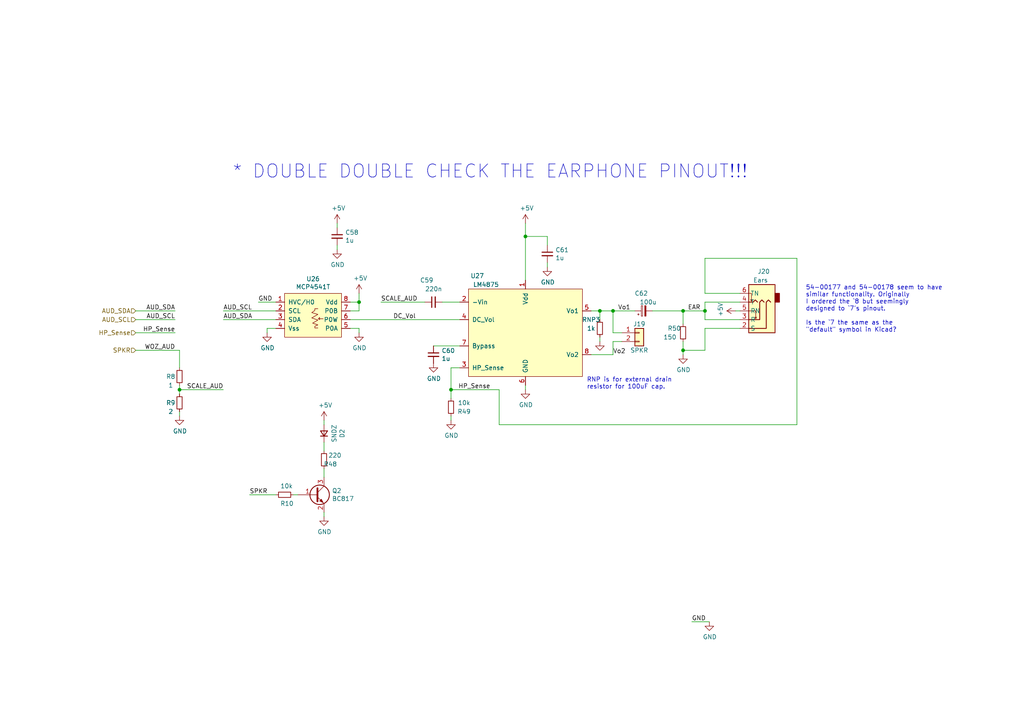
<source format=kicad_sch>
(kicad_sch (version 20211123) (generator eeschema)
  (paper "A4")
  (title_block (title "Audio") (rev "3a"))
  (lib_symbols
    (symbol "Connector_Generic:Conn_01x02" (pin_names (offset 1.016) hide)
      (property "Reference" "J" (at 0 2.54 0))
      (property "Value" "Conn_01x02" (at 0 -5.08 0))
      (symbol "Conn_01x02_1_1"
        (rectangle (start -1.27 -2.413) (end 0 -2.667) (stroke (width 0.1524)))
        (rectangle (start -1.27 0.127) (end 0 -0.127) (stroke (width 0.1524)))
        (rectangle (start -1.27 1.27) (end 1.27 -3.81) (stroke (width 0.254)) (fill (type background)))
        (pin passive line (at -5.08 0 0) (length 3.81) (name "Pin_1") (number "1"))
        (pin passive line (at -5.08 -2.54 0) (length 3.81) (name "Pin_2") (number "2"))
      )
    )
    (symbol "Device:C_Polarized_Small" (pin_numbers hide) (pin_names (offset 0.254) hide)
      (property "Reference" "C" (at 0.254 1.778 0))
      (property "Value" "C_Polarized_Small" (at 0.254 -2.032 0))
      (symbol "C_Polarized_Small_0_1"
        (rectangle (start -1.524 -0.3048) (end 1.524 -0.6858) (fill (type outline)))
        (rectangle (start -1.524 0.6858) (end 1.524 0.3048))
        (polyline (pts (xy -1.27 1.524) (xy -0.762 1.524)))
        (polyline (pts (xy -1.016 1.27) (xy -1.016 1.778)))
      )
      (symbol "C_Polarized_Small_1_1"
        (pin passive line (at 0 2.54 270) (length 1.8542) (name "~") (number "1"))
        (pin passive line (at 0 -2.54 90) (length 1.8542) (name "~") (number "2"))
      )
    )
    (symbol "Device:C_Small" (pin_numbers hide) (pin_names (offset 0.254) hide)
      (property "Reference" "C" (at 0.254 1.778 0))
      (property "Value" "C_Small" (at 0.254 -2.032 0))
      (symbol "C_Small_0_1"
        (polyline (pts (xy -1.524 -0.508) (xy 1.524 -0.508)) (stroke (width 0.3302)))
        (polyline (pts (xy -1.524 0.508) (xy 1.524 0.508)) (stroke (width 0.3048)))
      )
      (symbol "C_Small_1_1"
        (pin passive line (at 0 2.54 270) (length 2.032) (name "~") (number "1"))
        (pin passive line (at 0 -2.54 90) (length 2.032) (name "~") (number "2"))
      )
    )
    (symbol "Device:Q_NPN_BEC" (pin_names (offset 0) hide)
      (property "Reference" "Q" (at 5.08 1.27 0))
      (property "Value" "Q_NPN_BEC" (at 5.08 -1.27 0))
      (symbol "Q_NPN_BEC_0_1"
        (polyline (pts (xy 0.635 0.635) (xy 2.54 2.54)))
        (polyline (pts (xy 0.635 -0.635) (xy 2.54 -2.54) (xy 2.54 -2.54)))
        (polyline (pts (xy 0.635 1.905) (xy 0.635 -1.905) (xy 0.635 -1.905)) (stroke (width 0.508)))
        (polyline (pts (xy 1.27 -1.778) (xy 1.778 -1.27) (xy 2.286 -2.286) (xy 1.27 -1.778) (xy 1.27 -1.778)) (fill (type outline)))
        (circle (center 1.27 0) (radius 2.8194) (stroke (width 0.254)))
      )
      (symbol "Q_NPN_BEC_1_1"
        (pin input line (at -5.08 0 0) (length 5.715) (name "B") (number "1"))
        (pin passive line (at 2.54 -5.08 90) (length 2.54) (name "E") (number "2"))
        (pin passive line (at 2.54 5.08 270) (length 2.54) (name "C") (number "3"))
      )
    )
    (symbol "My_Library:AudioJack3_SwitchTR-Tensility_Pins"
      (property "Reference" "J" (at 0 8.89 0))
      (property "Value" "My_Library_AudioJack3_SwitchTR-Tensility_Pins" (at 0 6.35 0))
      (symbol "AudioJack3_SwitchTR-Tensility_Pins_0_1"
        (rectangle (start -5.08 -5.08) (end -6.35 -7.62) (stroke (width 0.254)) (fill (type outline)))
        (polyline (pts (xy 0.508 -0.254) (xy 0.762 -0.762)))
        (polyline (pts (xy 1.778 -5.334) (xy 2.032 -5.842)))
        (polyline (pts (xy 0 -5.08) (xy 0.635 -5.715) (xy 1.27 -5.08) (xy 2.54 -5.08)) (stroke (width 0.254)))
        (polyline (pts (xy 2.54 -7.62) (xy 1.778 -7.62) (xy 1.778 -5.334) (xy 1.524 -5.842)))
        (polyline (pts (xy 2.54 -2.54) (xy 0.508 -2.54) (xy 0.508 -0.254) (xy 0.254 -0.762)))
        (polyline (pts (xy -1.905 -5.08) (xy -1.27 -5.715) (xy -0.635 -5.08) (xy -0.635 0) (xy 2.54 0)) (stroke (width 0.254)))
        (polyline (pts (xy 2.54 2.54) (xy -2.54 2.54) (xy -2.54 -5.08) (xy -3.175 -5.715) (xy -3.81 -5.08)) (stroke (width 0.254)))
        (rectangle (start 2.54 3.81) (end -5.08 -10.16) (stroke (width 0.254)) (fill (type background)))
      )
      (symbol "AudioJack3_SwitchTR-Tensility_Pins_1_1"
        (pin passive line (at 5.08 2.54 180) (length 2.54) (name "S") (number "2"))
        (pin passive line (at 5.08 0 180) (length 2.54) (name "R") (number "3"))
        (pin passive line (at 5.08 -5.08 180) (length 2.54) (name "T") (number "4"))
        (pin passive line (at 5.08 -2.54 180) (length 2.54) (name "RN") (number "5"))
        (pin passive line (at 5.08 -7.62 180) (length 2.54) (name "TN") (number "6"))
      )
    )
    (symbol "My_Library:D_1206" (pin_numbers hide) (pin_names (offset 0.254) hide)
      (property "Reference" "D" (at -1.27 2.032 0))
      (property "Value" "My_Library_D_1206" (at -3.81 -2.032 0))
      (symbol "D_1206_0_1"
        (polyline (pts (xy -0.762 -1.016) (xy -0.762 1.016)) (stroke (width 0.254)))
        (polyline (pts (xy -0.762 0) (xy 0.762 0)))
        (polyline (pts (xy 0.762 -1.016) (xy -0.762 0) (xy 0.762 1.016) (xy 0.762 -1.016)) (stroke (width 0.254)))
      )
      (symbol "D_1206_1_1"
        (pin passive line (at -2.54 0 0) (length 1.778) (name "K") (number "1"))
        (pin passive line (at 2.54 0 180) (length 1.778) (name "A") (number "2"))
      )
    )
    (symbol "My_Library:MCP4541T" (pin_names (offset 1.016))
      (property "Reference" "U" (at -8.763 9.779 0))
      (property "Value" "My_Library_MCP4541T" (at -4.445 7.874 0))
      (symbol "MCP4541T_0_1"
        (rectangle (start -8.89 6.35) (end 7.62 -6.35) (fill (type background)))
        (polyline (pts (xy 2.286 -1.016) (xy 1.27 -1.016) (xy 1.27 -0.635) (xy 0.889 -1.016) (xy 1.27 -1.27) (xy 1.27 -1.016)))
        (polyline (pts (xy 0.762 -3.683) (xy -0.127 -3.683) (xy -0.127 -3.175) (xy 0.762 -2.794) (xy -0.762 -2.286) (xy 0.762 -1.397) (xy -1.016 -0.762) (xy 0.762 0.254) (xy -1.016 0.762) (xy -0.127 1.397) (xy -0.127 1.905) (xy 0.762 1.905)))
      )
      (symbol "MCP4541T_1_1"
        (pin input line (at -11.43 3.81 0) (length 2.54) (name "HVC/H0") (number "1"))
        (pin input line (at -11.43 1.27 0) (length 2.54) (name "SCL") (number "2"))
        (pin input line (at -11.43 -1.27 0) (length 2.54) (name "SDA") (number "3"))
        (pin input line (at -11.43 -3.81 0) (length 2.54) (name "Vss") (number "4"))
        (pin input line (at 10.16 -3.81 180) (length 2.54) (name "P0A") (number "5"))
        (pin input line (at 10.16 -1.27 180) (length 2.54) (name "P0W") (number "6"))
        (pin input line (at 10.16 1.27 180) (length 2.54) (name "P0B") (number "7"))
        (pin input line (at 10.16 3.81 180) (length 2.54) (name "Vdd") (number "8"))
      )
    )
    (symbol "My_Library:R_0805" (pin_numbers hide) (pin_names (offset 0.254) hide)
      (property "Reference" "R" (at 0.762 0.508 0))
      (property "Value" "R_0805" (at 0.762 -1.016 0))
      (symbol "R_0805_0_1"
        (rectangle (start -0.762 1.778) (end 0.762 -1.778) (stroke (width 0.2032)))
      )
      (symbol "R_0805_1_1"
        (pin passive line (at 0 2.54 270) (length 0.762) (name "~") (number "1"))
        (pin passive line (at 0 -2.54 90) (length 0.762) (name "~") (number "2"))
      )
    )
    (symbol "gd-audio-proto-pcb-rescue:LM4875-My_Library" (pin_names (offset 1.016))
      (property "Reference" "U" (at -15.24 16.51 0))
      (property "Value" "LM4875-My_Library" (at -12.7 13.97 0))
      (symbol "LM4875-My_Library_0_1"
        (rectangle (start -16.51 11.43) (end 16.51 -13.97) (fill (type background)))
      )
      (symbol "LM4875-My_Library_1_1"
        (pin input line (at 0 13.97 270) (length 2.54) (name "Vdd") (number "1"))
        (pin input line (at -19.05 7.62 0) (length 2.54) (name "-Vin") (number "2"))
        (pin input line (at -19.05 -11.43 0) (length 2.54) (name "HP_Sense") (number "3"))
        (pin input line (at -19.05 2.54 0) (length 2.54) (name "DC_Vol") (number "4"))
        (pin input line (at 19.05 5.08 180) (length 2.54) (name "Vo1") (number "5"))
        (pin input line (at 0 -16.51 90) (length 2.54) (name "GND") (number "6"))
        (pin input line (at -19.05 -5.08 0) (length 2.54) (name "Bypass") (number "7"))
        (pin input line (at 19.05 -7.62 180) (length 2.54) (name "Vo2") (number "8"))
      )
    )
    (symbol "power:+5V" (power) (pin_names (offset 0))
      (property "Value" "+5V" (at 0 3.556 0))
      (symbol "+5V_0_1"
        (polyline (pts (xy -0.762 1.27) (xy 0 2.54)))
        (polyline (pts (xy 0 0) (xy 0 2.54)))
        (polyline (pts (xy 0 2.54) (xy 0.762 1.27)))
      )
      (symbol "+5V_1_1"
        (pin power_in line (at 0 0 90) (length 0) hide (name "+5V") (number "1"))
      )
    )
    (symbol "power:GND" (power) (pin_names (offset 0))
      (property "Value" "GND" (at 0 -3.81 0))
      (symbol "GND_0_1"
        (polyline (pts (xy 0 0) (xy 0 -1.27) (xy 1.27 -1.27) (xy 0 -2.54) (xy -1.27 -1.27) (xy 0 -1.27)))
      )
      (symbol "GND_1_1"
        (pin power_in line (at 0 0 270) (length 0) hide (name "GND") (number "1"))
      )
    )
  )
  (junction (at 198.12 101.6))
  (junction (at 52.07 113.03))
  (junction (at 177.8 90.17))
  (junction (at 130.81 113.03))
  (junction (at 204.47 90.17))
  (junction (at 198.12 90.17))
  (junction (at 173.99 90.17))
  (junction (at 152.4 68.58))
  (junction (at 104.14 87.63))
  (wire (pts (xy 158.75 76.2) (xy 158.75 77.47)))
  (wire (pts (xy 177.8 96.52) (xy 180.34 96.52)))
  (wire (pts (xy 214.63 95.25) (xy 204.47 95.25)))
  (wire (pts (xy 39.37 90.17) (xy 50.8 90.17)))
  (wire (pts (xy 130.81 106.68) (xy 133.35 106.68)))
  (wire (pts (xy 198.12 99.06) (xy 198.12 101.6)))
  (wire (pts (xy 177.8 102.87) (xy 177.8 99.06)))
  (wire (pts (xy 52.07 111.76) (xy 52.07 113.03)))
  (wire (pts (xy 52.07 101.6) (xy 52.07 106.68)))
  (wire (pts (xy 97.79 64.77) (xy 97.79 66.04)))
  (wire (pts (xy 198.12 101.6) (xy 198.12 102.87)))
  (wire (pts (xy 152.4 111.76) (xy 152.4 113.03)))
  (wire (pts (xy 231.14 74.93) (xy 231.14 123.19)))
  (wire (pts (xy 204.47 95.25) (xy 204.47 101.6)))
  (wire (pts (xy 158.75 68.58) (xy 152.4 68.58)))
  (wire (pts (xy 133.35 87.63) (xy 128.27 87.63)))
  (wire (pts (xy 133.35 92.71) (xy 101.6 92.71)))
  (wire (pts (xy 39.37 96.52) (xy 50.8 96.52)))
  (wire (pts (xy 214.63 87.63) (xy 204.47 87.63)))
  (wire (pts (xy 104.14 90.17) (xy 104.14 87.63)))
  (wire (pts (xy 101.6 95.25) (xy 104.14 95.25)))
  (wire (pts (xy 110.49 87.63) (xy 123.19 87.63)))
  (wire (pts (xy 52.07 113.03) (xy 52.07 114.3)))
  (wire (pts (xy 204.47 87.63) (xy 204.47 90.17)))
  (wire (pts (xy 93.98 148.59) (xy 93.98 149.86)))
  (wire (pts (xy 93.98 135.89) (xy 93.98 138.43)))
  (wire (pts (xy 189.23 90.17) (xy 198.12 90.17)))
  (wire (pts (xy 39.37 92.71) (xy 50.8 92.71)))
  (wire (pts (xy 52.07 113.03) (xy 64.77 113.03)))
  (wire (pts (xy 85.09 143.51) (xy 86.36 143.51)))
  (wire (pts (xy 130.81 113.03) (xy 130.81 115.57)))
  (wire (pts (xy 214.63 92.71) (xy 204.47 92.71)))
  (wire (pts (xy 204.47 74.93) (xy 231.14 74.93)))
  (wire (pts (xy 214.63 85.09) (xy 204.47 85.09)))
  (wire (pts (xy 158.75 68.58) (xy 158.75 71.12)))
  (wire (pts (xy 173.99 90.17) (xy 177.8 90.17)))
  (wire (pts (xy 97.79 71.12) (xy 97.79 72.39)))
  (wire (pts (xy 177.8 99.06) (xy 180.34 99.06)))
  (wire (pts (xy 133.35 100.33) (xy 125.73 100.33)))
  (wire (pts (xy 39.37 101.6) (xy 52.07 101.6)))
  (wire (pts (xy 93.98 121.92) (xy 93.98 123.19)))
  (wire (pts (xy 177.8 96.52) (xy 177.8 90.17)))
  (wire (pts (xy 200.66 180.34) (xy 205.74 180.34)))
  (wire (pts (xy 93.98 128.27) (xy 93.98 130.81)))
  (wire (pts (xy 173.99 97.79) (xy 173.99 99.06)))
  (wire (pts (xy 213.36 90.17) (xy 214.63 90.17)))
  (wire (pts (xy 171.45 102.87) (xy 177.8 102.87)))
  (wire (pts (xy 204.47 85.09) (xy 204.47 74.93)))
  (wire (pts (xy 144.78 123.19) (xy 231.14 123.19)))
  (wire (pts (xy 80.01 92.71) (xy 64.77 92.71)))
  (wire (pts (xy 101.6 90.17) (xy 104.14 90.17)))
  (wire (pts (xy 130.81 113.03) (xy 144.78 113.03)))
  (wire (pts (xy 104.14 95.25) (xy 104.14 96.52)))
  (wire (pts (xy 171.45 90.17) (xy 173.99 90.17)))
  (wire (pts (xy 173.99 90.17) (xy 173.99 92.71)))
  (wire (pts (xy 144.78 113.03) (xy 144.78 123.19)))
  (wire (pts (xy 72.39 143.51) (xy 80.01 143.51)))
  (wire (pts (xy 198.12 90.17) (xy 198.12 93.98)))
  (wire (pts (xy 204.47 90.17) (xy 198.12 90.17)))
  (wire (pts (xy 52.07 119.38) (xy 52.07 120.65)))
  (wire (pts (xy 130.81 106.68) (xy 130.81 113.03)))
  (wire (pts (xy 204.47 101.6) (xy 198.12 101.6)))
  (wire (pts (xy 80.01 90.17) (xy 64.77 90.17)))
  (wire (pts (xy 74.93 87.63) (xy 80.01 87.63)))
  (wire (pts (xy 152.4 64.77) (xy 152.4 68.58)))
  (wire (pts (xy 104.14 85.09) (xy 104.14 87.63)))
  (wire (pts (xy 130.81 120.65) (xy 130.81 121.92)))
  (wire (pts (xy 77.47 95.25) (xy 77.47 96.52)))
  (wire (pts (xy 177.8 90.17) (xy 184.15 90.17)))
  (wire (pts (xy 204.47 92.71) (xy 204.47 90.17)))
  (wire (pts (xy 152.4 68.58) (xy 152.4 81.28)))
  (wire (pts (xy 80.01 95.25) (xy 77.47 95.25)))
  (wire (pts (xy 104.14 87.63) (xy 101.6 87.63)))
  (text "* DOUBLE DOUBLE CHECK THE EARPHONE PINOUT!!!" (at 67.31 52.07 0) (effects (font (size 3.81 3.81)) (justify left bottom)))
  (text "RNP is for external drain\nresistor for 100uF cap." (at 170.18 113.03 0) (effects (font (size 1.27 1.27)) (justify left bottom)))
  (text "54-00177 and 54-00178 seem to have\nsimilar functionality. Originally \nI ordered the `8 but seemingly \ndesigned to `7's pinout.\n\nIs the `7 the same as the \n\"default\" symbol in Kicad?" (at 233.68 96.52 0) (effects (font (size 1.27 1.27)) (justify left bottom)))
  (label "SCALE_AUD" (at 64.77 113.03 180))
  (label "GND" (at 74.93 87.63 0))
  (label "HP_Sense" (at 142.24 113.03 180))
  (label "AUD_SDA" (at 64.77 92.71 0))
  (label "GND" (at 200.66 180.34 0))
  (label "AUD_SDA" (at 50.8 90.17 180))
  (label "DC_Vol" (at 120.65 92.71 180))
  (label "AUD_SCL" (at 64.77 90.17 0))
  (label "Vo2" (at 177.8 102.87 0))
  (label "HP_Sense" (at 50.8 96.52 180))
  (label "EAR" (at 203.2 90.17 180))
  (label "WOZ_AUD" (at 50.8 101.6 180))
  (label "Vo1" (at 182.88 90.17 180))
  (label "SCALE_AUD" (at 110.49 87.63 0))
  (label "SPKR" (at 72.39 143.51 0))
  (label "AUD_SCL" (at 50.8 92.71 180))
  (hierarchical_label "AUD_SDA" (shape input) (at 39.37 90.17 180))
  (hierarchical_label "AUD_SCL" (shape input) (at 39.37 92.71 180))
  (hierarchical_label "SPKR" (shape input) (at 39.37 101.6 180))
  (hierarchical_label "HP_Sense" (shape input) (at 39.37 96.52 180))
  (symbol (lib_id "My_Library:R_0805") (at 52.07 116.84 0) (unit 1)
    (property "Reference" "R9" (at 49.53 116.84 0))
    (property "Value" "2" (at 49.53 119.38 0))
    (property "Footprint" "Resistor_SMD:R_0805_2012Metric" (effects hide))
  )
  (symbol (lib_id "power:+5V") (at 104.14 85.09 0) (unit 1)
    (property "Reference" "#PWR0320" (effects hide))
    (property "Value" "+5V" (at 104.521 80.6958 0))
  )
  (symbol (lib_id "My_Library:R_0805") (at 198.12 96.52 0) (unit 1)
    (property "Reference" "R50" (at 195.58 95.25 0))
    (property "Value" "150" (at 194.31 97.79 0))
    (property "Footprint" "Resistor_SMD:R_0805_2012Metric" (effects hide))
  )
  (symbol (lib_id "power:GND") (at 173.99 99.06 0) (unit 1)
    (property "Reference" "#PWR0326" (effects hide))
    (property "Value" "GND" (effects hide))
  )
  (symbol (lib_id "My_Library:R_0805") (at 52.07 109.22 0) (unit 1)
    (property "Reference" "R8" (at 49.53 109.22 0))
    (property "Value" "1" (at 49.53 111.76 0))
    (property "Footprint" "Resistor_SMD:R_0805_2012Metric" (effects hide))
  )
  (symbol (lib_id "power:GND") (at 97.79 72.39 0) (unit 1)
    (property "Reference" "#PWR0324" (effects hide))
    (property "Value" "GND" (at 97.917 76.7842 0))
  )
  (symbol (lib_id "power:GND") (at 93.98 149.86 0) (unit 1)
    (property "Reference" "#PWR0317" (effects hide))
    (property "Value" "GND" (at 94.107 154.2542 0))
  )
  (symbol (lib_id "My_Library:AudioJack3_SwitchTR-Tensility_Pins") (at 219.71 92.71 180) (unit 1)
    (property "Reference" "J20" (at 219.71 78.74 0) (effects (justify right)))
    (property "Value" "Ears" (at 218.44 81.28 0) (effects (justify right)))
    (property "Footprint" "Connector_Audio:Jack_3.5mm_PJ311_Horizontal" (effects hide))
    (property "Datasheet" "https://tensility.s3.amazonaws.com/uploads/pdffiles/54-00178.pdf" (effects hide))
    (property "MFG" "Tensility International Corp" (effects hide))
    (property "MPN" "54-00178" (effects hide))
  )
  (symbol (lib_id "power:+5V") (at 213.36 90.17 90) (unit 1)
    (property "Reference" "#PWR0327" (effects hide))
    (property "Value" "+5V" (at 208.9658 89.789 0))
  )
  (symbol (lib_id "power:GND") (at 52.07 120.65 0) (unit 1)
    (property "Reference" "#PWR0316" (effects hide))
    (property "Value" "GND" (at 52.197 125.0442 0))
  )
  (symbol (lib_id "power:GND") (at 152.4 113.03 0) (unit 1)
    (property "Reference" "#PWR0135" (effects hide))
    (property "Value" "GND" (at 152.527 117.4242 0))
  )
  (symbol (lib_id "My_Library:R_0805") (at 130.81 118.11 180) (unit 1)
    (property "Reference" "R49" (at 134.62 119.38 0))
    (property "Value" "10k" (at 134.62 116.84 0))
    (property "Footprint" "Resistor_SMD:R_0805_2012Metric" (effects hide))
  )
  (symbol (lib_id "Connector_Generic:Conn_01x02") (at 185.42 96.52 0) (unit 1)
    (property "Reference" "J19" (at 185.42 93.98 0))
    (property "Value" "SPKR" (at 185.42 101.6 0))
    (property "Footprint" "Connector_PinHeader_2.54mm:PinHeader_1x02_P2.54mm_Vertical" (effects hide))
  )
  (symbol (lib_id "Device:Q_NPN_BEC") (at 91.44 143.51 0) (unit 1)
    (property "Reference" "Q2" (at 96.2914 142.3416 0) (effects (justify left)))
    (property "Value" "BC817" (at 96.2914 144.653 0) (effects (justify left)))
    (property "Footprint" "Package_TO_SOT_SMD:SOT-23" (effects hide))
  )
  (symbol (lib_id "Device:C_Polarized_Small") (at 186.69 90.17 90) (unit 1)
    (property "Reference" "C62" (at 187.96 85.09 90) (effects (justify left)))
    (property "Value" "100u" (at 190.5 87.63 90) (effects (justify left)))
    (property "Footprint" "Capacitor_Tantalum_SMD:CP_EIA-3216-18_Kemet-A" (effects hide))
    (property "MPN" "T520A107M006ATE035" (effects hide))
  )
  (symbol (lib_id "My_Library:R_0805") (at 82.55 143.51 270) (unit 1)
    (property "Reference" "R10" (at 81.28 146.05 90) (effects (justify left)))
    (property "Value" "10k" (at 81.28 140.97 90) (effects (justify left)))
    (property "Footprint" "Resistor_SMD:R_0805_2012Metric" (effects hide))
  )
  (symbol (lib_id "My_Library:MCP4541T") (at 91.44 91.44 0) (unit 1)
    (property "Reference" "U26" (at 90.805 80.899 0))
    (property "Value" "MCP4541T" (at 90.805 83.2104 0))
    (property "Footprint" "Package_SO:MSOP-8_3x3mm_P0.65mm" (effects hide))
  )
  (symbol (lib_id "My_Library:R_0805") (at 93.98 133.35 180) (unit 1)
    (property "Reference" "R48" (at 97.79 134.62 0) (effects (justify left)))
    (property "Value" "220" (at 99.06 132.08 0) (effects (justify left)))
    (property "Footprint" "Resistor_SMD:R_0805_2012Metric" (effects hide))
  )
  (symbol (lib_id "power:GND") (at 205.74 180.34 0) (unit 1)
    (property "Reference" "#PWR0103" (effects hide))
    (property "Value" "GND" (at 205.867 184.7342 0))
  )
  (symbol (lib_id "power:+5V") (at 152.4 64.77 0) (unit 1)
    (property "Reference" "#PWR0322" (effects hide))
    (property "Value" "+5V" (at 152.781 60.3758 0))
  )
  (symbol (lib_id "power:GND") (at 158.75 77.47 0) (unit 1)
    (property "Reference" "#PWR0323" (effects hide))
    (property "Value" "GND" (at 158.877 81.8642 0))
  )
  (symbol (lib_id "power:GND") (at 130.81 121.92 0) (unit 1)
    (property "Reference" "#PWR0325" (effects hide))
    (property "Value" "GND" (at 130.937 126.3142 0))
  )
  (symbol (lib_id "power:+5V") (at 97.79 64.77 0) (unit 1)
    (property "Reference" "#PWR0318" (effects hide))
    (property "Value" "+5V" (at 98.171 60.3758 0))
  )
  (symbol (lib_id "Device:C_Small") (at 97.79 68.58 0) (unit 1)
    (property "Reference" "C58" (at 100.1268 67.4116 0) (effects (justify left)))
    (property "Value" "1u" (at 100.1268 69.723 0) (effects (justify left)))
    (property "Footprint" "Resistor_SMD:R_0805_2012Metric" (effects hide))
  )
  (symbol (lib_id "power:+5V") (at 93.98 121.92 0) (unit 1)
    (property "Reference" "#PWR0315" (effects hide))
    (property "Value" "+5V" (at 94.361 117.5258 0))
  )
  (symbol (lib_id "gd-audio-proto-pcb-rescue:LM4875-My_Library") (at 152.4 95.25 0) (unit 1)
    (property "Reference" "U27" (at 138.43 80.01 0))
    (property "Value" "LM4875" (at 140.97 82.55 0))
    (property "Footprint" "Package_SO:SOIC-8_3.9x4.9mm_P1.27mm" (effects hide))
    (property "Datasheet" "https://www.ti.com/lit/ds/symlink/lm4875.pdf" (effects hide))
  )
  (symbol (lib_id "Device:C_Small") (at 125.73 102.87 0) (unit 1)
    (property "Reference" "C60" (at 128.0668 101.7016 0) (effects (justify left)))
    (property "Value" "1u" (at 128.0668 104.013 0) (effects (justify left)))
    (property "Footprint" "Resistor_SMD:R_0805_2012Metric" (effects hide))
  )
  (symbol (lib_id "My_Library:D_1206") (at 93.98 125.73 90) (unit 1)
    (property "Reference" "D2" (at 99.2378 125.73 0))
    (property "Value" "SNDZ" (at 96.9264 125.73 0))
    (property "Footprint" "LED_SMD:LED_1206_3216Metric" (effects hide))
  )
  (symbol (lib_id "My_Library:R_0805") (at 173.99 95.25 0) (unit 1)
    (property "Reference" "RNP3" (at 171.45 92.71 0))
    (property "Value" "1k" (at 171.45 95.25 0))
    (property "Footprint" "Resistor_SMD:R_0805_2012Metric" (effects hide))
  )
  (symbol (lib_id "power:GND") (at 198.12 102.87 0) (unit 1)
    (property "Reference" "#PWR0134" (effects hide))
    (property "Value" "GND" (at 198.247 107.2642 0))
  )
  (symbol (lib_id "power:GND") (at 125.73 105.41 0) (unit 1)
    (property "Reference" "#PWR0319" (effects hide))
    (property "Value" "GND" (at 125.857 109.8042 0))
  )
  (symbol (lib_id "power:GND") (at 77.47 96.52 0) (unit 1)
    (property "Reference" "#PWR0314" (effects hide))
    (property "Value" "GND" (at 77.597 100.9142 0))
  )
  (symbol (lib_id "Device:C_Small") (at 125.73 87.63 90) (unit 1)
    (property "Reference" "C59" (at 125.73 81.28 90) (effects (justify left)))
    (property "Value" "220n" (at 128.27 83.82 90) (effects (justify left)))
    (property "Footprint" "Resistor_SMD:R_1206_3216Metric" (effects hide))
  )
  (symbol (lib_id "Device:C_Small") (at 158.75 73.66 0) (unit 1)
    (property "Reference" "C61" (at 161.0868 72.4916 0) (effects (justify left)))
    (property "Value" "1u" (at 161.0868 74.803 0) (effects (justify left)))
    (property "Footprint" "Resistor_SMD:R_0805_2012Metric" (effects hide))
  )
  (symbol (lib_id "power:GND") (at 104.14 96.52 0) (unit 1)
    (property "Reference" "#PWR0321" (effects hide))
    (property "Value" "GND" (at 104.267 100.9142 0))
  )
)
</source>
